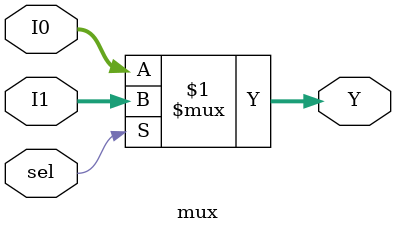
<source format=v>
`timescale 1ns / 1ps


module mux
  (
    input sel,
    input [7:0]I0,I1,
    output [7:0]Y
  );
  
  assign Y=sel?I1:I0;
endmodule
</source>
